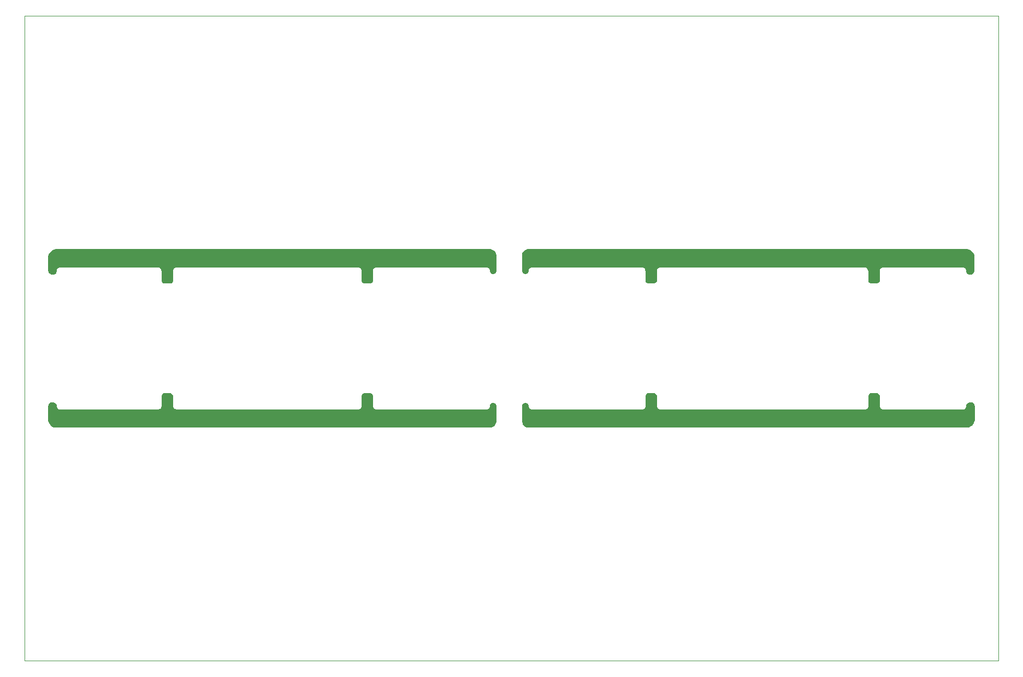
<source format=gbr>
%TF.GenerationSoftware,Altium Limited,Altium Designer,19.0.15 (446)*%
G04 Layer_Color=0*
%FSLAX45Y45*%
%MOMM*%
%TF.FileFunction,Profile,NP*%
%TF.Part,CustomerPanel*%
G01*
G75*
%TA.AperFunction,Profile*%
%ADD213C,0.02540*%
G36*
X9715841Y5949922D02*
Y5959867D01*
X9723453Y5978244D01*
X9737518Y5992309D01*
X9755895Y5999921D01*
X9765841D01*
X9775786D01*
X9794163Y5992309D01*
X9808229Y5978244D01*
X9815841Y5959867D01*
Y5949922D01*
X9816801Y5940167D01*
X9824267Y5922143D01*
X9838062Y5908348D01*
X9856086Y5900882D01*
X9865841Y5899922D01*
D01*
Y5899922D01*
X11576097Y5899922D01*
X11585832Y5900880D01*
X11603820Y5908331D01*
X11617587Y5922099D01*
X11625038Y5940087D01*
X11625997Y5949822D01*
D01*
X11626097D01*
Y6099822D01*
Y6109747D01*
X11633693Y6128088D01*
X11647731Y6142125D01*
X11666071Y6149722D01*
X11675997D01*
D01*
X11676097Y6149822D01*
X11756097D01*
Y6149722D01*
X11766022D01*
X11784363Y6142125D01*
X11798400Y6128088D01*
X11805997Y6109747D01*
Y6099822D01*
D01*
X11806097D01*
Y5949822D01*
X11806197Y5949922D01*
X11807155Y5940186D01*
X11814606Y5922198D01*
X11828374Y5908431D01*
X11846362Y5900980D01*
X11856097Y5900021D01*
D01*
X15029936D01*
X15039671Y5900980D01*
X15057658Y5908431D01*
X15071426Y5922198D01*
X15078877Y5940186D01*
X15079836Y5949922D01*
D01*
X15079936D01*
Y6099922D01*
Y6109847D01*
X15087534Y6128187D01*
X15101570Y6142225D01*
X15119911Y6149822D01*
X15129836D01*
D01*
X15129936Y6149921D01*
X15209937D01*
Y6149822D01*
X15219862D01*
X15238202Y6142225D01*
X15252238Y6128187D01*
X15259836Y6109847D01*
Y6099922D01*
D01*
X15259937D01*
Y5949922D01*
X15260036Y5950021D01*
X15260995Y5940286D01*
X15268446Y5922298D01*
X15282213Y5908531D01*
X15300201Y5901080D01*
X15309937Y5900121D01*
D01*
Y5900021D01*
X16549940D01*
X16559676Y5900980D01*
X16577663Y5908431D01*
X16591431Y5922198D01*
X16598882Y5940186D01*
X16599841Y5949922D01*
Y5962172D01*
X16609216Y5984809D01*
X16626543Y6002135D01*
X16649179Y6011511D01*
X16661430D01*
X16668185D01*
X16681438Y6008875D01*
X16693919Y6003705D01*
X16705154Y5996198D01*
X16714708Y5986645D01*
X16722214Y5975410D01*
X16727385Y5962928D01*
X16730022Y5949676D01*
Y5942921D01*
D01*
Y5744167D01*
Y5731658D01*
X16725140Y5707122D01*
X16715567Y5684009D01*
X16701668Y5663209D01*
X16683978Y5645519D01*
X16663177Y5631620D01*
X16640065Y5622047D01*
X16615529Y5617167D01*
X16603021D01*
D01*
X16249420D01*
X9811175Y5617167D01*
X9801785D01*
X9783367Y5620831D01*
X9766017Y5628017D01*
X9750403Y5638450D01*
X9737124Y5651729D01*
X9726691Y5667343D01*
X9719504Y5684693D01*
X9715841Y5703111D01*
Y5712501D01*
D01*
Y5949922D01*
D02*
G37*
G36*
X9714800Y8049900D02*
Y8039954D01*
X9722412Y8021577D01*
X9736478Y8007512D01*
X9754855Y7999900D01*
X9764800D01*
X9774746D01*
X9793123Y8007512D01*
X9807188Y8021577D01*
X9814800Y8039954D01*
Y8049900D01*
X9815761Y8059654D01*
X9823227Y8077678D01*
X9837021Y8091473D01*
X9855046Y8098939D01*
X9864800Y8099900D01*
D01*
Y8099899D01*
X11575056Y8099900D01*
X11584791Y8098941D01*
X11602779Y8091490D01*
X11616547Y8077722D01*
X11623998Y8059734D01*
X11624956Y8050000D01*
D01*
X11625056D01*
Y7900000D01*
Y7890074D01*
X11632653Y7871734D01*
X11646690Y7857696D01*
X11665031Y7850100D01*
X11674956D01*
D01*
X11675056Y7850000D01*
X11755056D01*
Y7850100D01*
X11764982D01*
X11783322Y7857696D01*
X11797359Y7871734D01*
X11804956Y7890074D01*
Y7900000D01*
D01*
X11805056D01*
Y8050000D01*
X11805156Y8049900D01*
X11806115Y8059635D01*
X11813566Y8077623D01*
X11827333Y8091390D01*
X11845321Y8098841D01*
X11855056Y8099800D01*
D01*
X15028896D01*
X15038631Y8098841D01*
X15056619Y8091390D01*
X15070386Y8077623D01*
X15077837Y8059635D01*
X15078796Y8049900D01*
D01*
X15078896D01*
Y7899900D01*
Y7889974D01*
X15086493Y7871634D01*
X15100529Y7857596D01*
X15118871Y7850000D01*
X15128796D01*
D01*
X15128896Y7849900D01*
X15208896D01*
Y7850000D01*
X15218822D01*
X15237161Y7857596D01*
X15251199Y7871634D01*
X15258797Y7889974D01*
Y7899900D01*
D01*
X15258896D01*
Y8049900D01*
X15258997Y8049800D01*
X15259953Y8059535D01*
X15267406Y8077523D01*
X15281174Y8091290D01*
X15299161Y8098741D01*
X15308896Y8099700D01*
D01*
Y8099800D01*
X16548900D01*
X16558635Y8098841D01*
X16576624Y8091390D01*
X16590390Y8077623D01*
X16597841Y8059635D01*
X16598801Y8049900D01*
Y8037649D01*
X16608177Y8015012D01*
X16625502Y7997687D01*
X16648138Y7988310D01*
X16660390D01*
X16667145D01*
X16680397Y7990946D01*
X16692879Y7996116D01*
X16704114Y8003623D01*
X16713667Y8013177D01*
X16721175Y8024411D01*
X16726344Y8036893D01*
X16728979Y8050145D01*
Y8056901D01*
D01*
Y8255655D01*
Y8268163D01*
X16724100Y8292699D01*
X16714526Y8315812D01*
X16700629Y8336612D01*
X16682938Y8354302D01*
X16662137Y8368201D01*
X16639024Y8377774D01*
X16614488Y8382655D01*
X16601981D01*
D01*
X16248380D01*
X9810134Y8382654D01*
X9800745D01*
X9782326Y8378991D01*
X9764977Y8371804D01*
X9749363Y8361371D01*
X9736084Y8348092D01*
X9725650Y8332478D01*
X9718464Y8315128D01*
X9714800Y8296710D01*
Y8287320D01*
D01*
Y8049900D01*
D02*
G37*
G36*
X4123886Y6099715D02*
Y5950660D01*
X4123896D01*
X4122935Y5940905D01*
X4115470Y5922881D01*
X4101675Y5909086D01*
X4083651Y5901620D01*
X4073896Y5900660D01*
D01*
Y5900032D01*
X2549900D01*
X2540165Y5900990D01*
X2522177Y5908441D01*
X2508410Y5922209D01*
X2500959Y5940197D01*
X2500000Y5949932D01*
Y5962183D01*
X2490623Y5984819D01*
X2473298Y6002145D01*
X2450661Y6011521D01*
X2438410D01*
X2431655D01*
X2418403Y6008885D01*
X2405921Y6003715D01*
X2394686Y5996208D01*
X2385133Y5986655D01*
X2377626Y5975421D01*
X2372456Y5962938D01*
X2369820Y5949686D01*
Y5942931D01*
D01*
Y5742281D01*
Y5729773D01*
X2374700Y5705237D01*
X2384274Y5682124D01*
X2398172Y5661323D01*
X2415862Y5643634D01*
X2436663Y5629735D01*
X2459775Y5620162D01*
X2484312Y5615281D01*
X2496820D01*
D01*
X9215120D01*
X9224782D01*
X9243736Y5619051D01*
X9261589Y5626446D01*
X9277657Y5637183D01*
X9291322Y5650847D01*
X9302058Y5666915D01*
X9309453Y5684769D01*
X9313223Y5703722D01*
Y5713385D01*
D01*
Y5949922D01*
Y5959867D01*
X9305611Y5978244D01*
X9291546Y5992309D01*
X9273169Y5999921D01*
X9263223D01*
X9253278D01*
X9234901Y5992309D01*
X9220835Y5978244D01*
X9213223Y5959867D01*
Y5949922D01*
X9212262Y5940167D01*
X9204797Y5922143D01*
X9191002Y5908348D01*
X9172978Y5900882D01*
X9163223Y5899922D01*
D01*
Y5899922D01*
X7455136D01*
X7445382Y5900883D01*
X7427358Y5908348D01*
X7413563Y5922143D01*
X7406097Y5940167D01*
X7405136Y5949922D01*
D01*
X7405146D01*
Y6099922D01*
X7405146Y6109867D01*
X7397534Y6128244D01*
X7383469Y6142310D01*
X7365091Y6149922D01*
X7355146D01*
D01*
Y6149922D01*
X7275146D01*
X7265200Y6149922D01*
X7246823Y6142310D01*
X7232758Y6128244D01*
X7225146Y6109867D01*
Y6099922D01*
D01*
X7225136Y6098977D01*
Y5949922D01*
X7225146D01*
X7224185Y5940167D01*
X7216719Y5922143D01*
X7202925Y5908348D01*
X7184901Y5900883D01*
X7175146Y5899922D01*
D01*
X4353886D01*
Y5900660D01*
X4344132Y5901620D01*
X4326108Y5909086D01*
X4312313Y5922881D01*
X4304847Y5940905D01*
X4303886Y5950660D01*
D01*
X4303896D01*
Y6100660D01*
X4303896Y6110605D01*
X4296284Y6128982D01*
X4282219Y6143047D01*
X4263842Y6150660D01*
X4253896D01*
D01*
Y6150660D01*
X4173896D01*
X4163951Y6150660D01*
X4145573Y6143047D01*
X4131508Y6128982D01*
X4123896Y6110605D01*
Y6100660D01*
X4123886Y6099715D01*
D02*
G37*
G36*
Y7900106D02*
Y8049162D01*
X4123896D01*
X4122935Y8058916D01*
X4115470Y8076940D01*
X4101675Y8090735D01*
X4083651Y8098201D01*
X4073896Y8099162D01*
D01*
Y8099790D01*
X2549900D01*
X2540165Y8098831D01*
X2522177Y8091380D01*
X2508410Y8077612D01*
X2500959Y8059624D01*
X2500000Y8049890D01*
Y8037638D01*
X2490623Y8015002D01*
X2473298Y7997676D01*
X2450661Y7988300D01*
X2438410D01*
X2431655D01*
X2418403Y7990936D01*
X2405921Y7996106D01*
X2394686Y8003613D01*
X2385133Y8013166D01*
X2377626Y8024401D01*
X2372456Y8036883D01*
X2369820Y8050135D01*
Y8056890D01*
D01*
Y8257540D01*
Y8270048D01*
X2374700Y8294584D01*
X2384274Y8317697D01*
X2398172Y8338498D01*
X2415862Y8356187D01*
X2436663Y8370086D01*
X2459775Y8379659D01*
X2484312Y8384540D01*
X2496820D01*
D01*
X9215120D01*
X9224782D01*
X9243736Y8380770D01*
X9261589Y8373375D01*
X9277657Y8362638D01*
X9291322Y8348974D01*
X9302058Y8332906D01*
X9309453Y8315052D01*
X9313223Y8296099D01*
Y8286437D01*
D01*
Y8049900D01*
Y8039954D01*
X9305611Y8021577D01*
X9291546Y8007512D01*
X9273169Y7999900D01*
X9263223D01*
X9253278D01*
X9234901Y8007512D01*
X9220835Y8021577D01*
X9213223Y8039954D01*
Y8049900D01*
X9212262Y8059654D01*
X9204797Y8077678D01*
X9191002Y8091473D01*
X9172978Y8098939D01*
X9163223Y8099900D01*
D01*
Y8099899D01*
X7455136D01*
X7445382Y8098939D01*
X7427358Y8091473D01*
X7413563Y8077678D01*
X7406097Y8059654D01*
X7405136Y8049900D01*
D01*
X7405146D01*
Y7899900D01*
X7405146Y7889954D01*
X7397534Y7871577D01*
X7383469Y7857512D01*
X7365091Y7849900D01*
X7355146D01*
D01*
Y7849899D01*
X7275146D01*
X7265200Y7849900D01*
X7246823Y7857512D01*
X7232758Y7871577D01*
X7225146Y7889954D01*
Y7899900D01*
D01*
X7225136Y7900844D01*
Y8049900D01*
X7225146D01*
X7224185Y8059654D01*
X7216719Y8077678D01*
X7202925Y8091473D01*
X7184901Y8098939D01*
X7175146Y8099899D01*
D01*
X4353886D01*
Y8099162D01*
X4344132Y8098201D01*
X4326108Y8090735D01*
X4312313Y8076940D01*
X4304847Y8058916D01*
X4303886Y8049162D01*
D01*
X4303896D01*
Y7899162D01*
X4303896Y7889216D01*
X4296284Y7870839D01*
X4282219Y7856774D01*
X4263842Y7849162D01*
X4253896D01*
D01*
Y7849162D01*
X4173896D01*
X4163951Y7849162D01*
X4145573Y7856774D01*
X4131508Y7870839D01*
X4123896Y7889216D01*
Y7899162D01*
X4123886Y7900106D01*
D02*
G37*
D213*
X2000000Y2000000D02*
Y12000000D01*
X17100000D01*
Y2000000D01*
X2000000D01*
%TF.MD5,86ff1ae00e40995096aec803f77447a6*%
M02*

</source>
